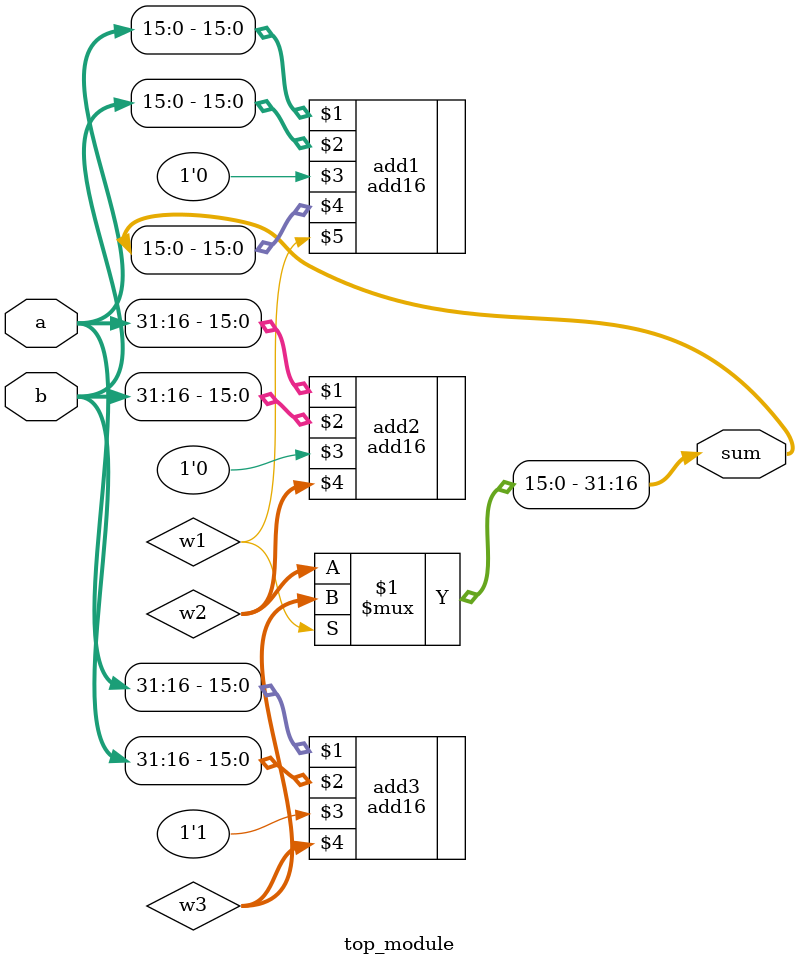
<source format=v>
module top_module(
    input [31:0] a,
    input [31:0] b,
    output [31:0] sum
);
    
    wire w1;
    wire[15:0] w2, w3;

    add16 add1( a[15:0], b[15:0], 1'b0, sum[15:0], w1 );
    add16 add2( a[31:16], b[31:16], 1'b0, w2);
    add16 add3( a[31:16], b[31:16], 1'b1, w3);
    
    assign sum[31:16] = w1 ? w3 : w2 ;
    
endmodule
</source>
